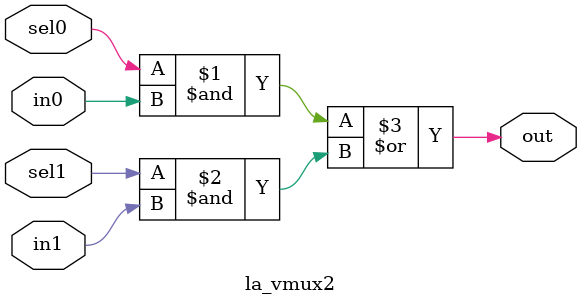
<source format=v>

module la_vmux2
  #(
    parameter N = 1,            // width of mux
    parameter PROP = "DEFAULT"  // cell property
    )
   (
    input 	   sel1,
    input 	   sel0,
    input [N-1:0]  in1,
    input [N-1:0]  in0,
    output [N-1:0] out  //selected data output
    );

   assign out[N-1:0] = ({(N){sel0}} & in0[N-1:0] |
			{(N){sel1}} & in1[N-1:0]);

endmodule

</source>
